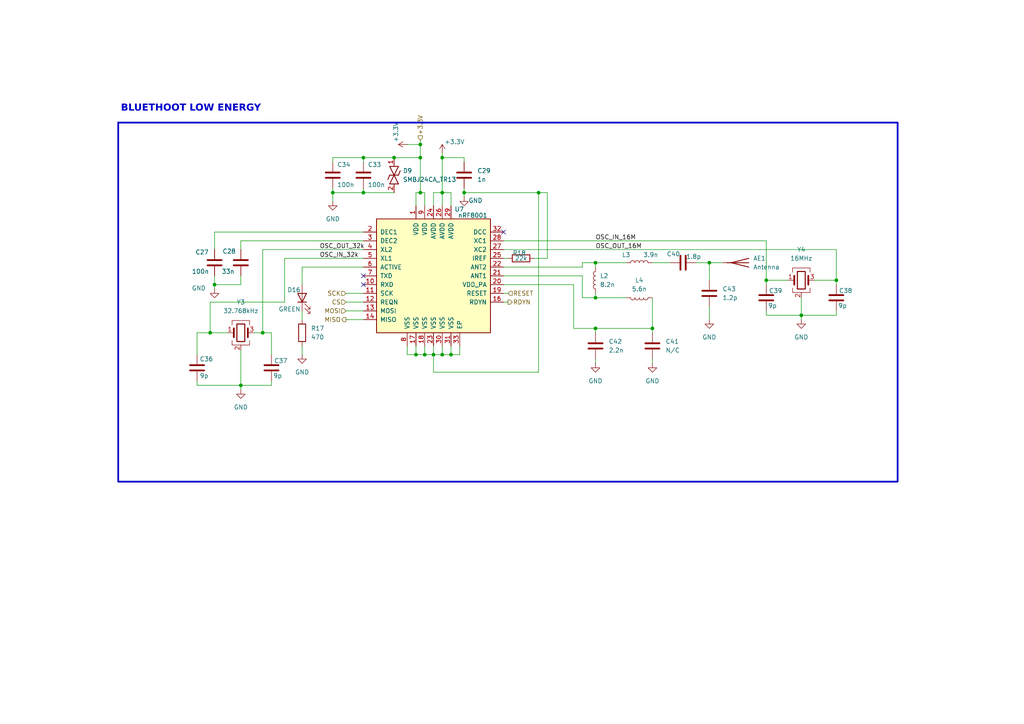
<source format=kicad_sch>
(kicad_sch (version 20250114) (generator "eeschema") (generator_version "9.0")
  (paper "A4")
  (lib_symbols
    (symbol "Crystal_GND24_1" (pin_names (offset 1.016) (hide yes))
      (property "Reference" "Y" (at 3.175 5.08 0))
      (property "Value" "Crystal_GND24" (at 3.175 3.175 0))
      (symbol "Crystal_GND24_1_0_1"
        (polyline (pts (xy -2.54 2.286) (xy -2.54 3.556) (xy 2.54 3.556) (xy 2.54 2.286)))
        (polyline (pts (xy -2.54 0) (xy -2.032 0)))
        (polyline (pts (xy -2.54 -2.286) (xy -2.54 -3.556) (xy 2.54 -3.556) (xy 2.54 -2.286)))
        (polyline (pts (xy -2.032 -1.27) (xy -2.032 1.27)) (stroke (width 0.508)))
        (rectangle (start -1.143 2.54) (end 1.143 -2.54) (stroke (width 0.3048)))
        (polyline (pts (xy 0 -3.81) (xy 0 -3.556)))
        (polyline (pts (xy 2.032 0) (xy 2.54 0)))
        (polyline (pts (xy 2.032 -1.27) (xy 2.032 1.27)) (stroke (width 0.508)))
      )
      (symbol "Crystal_GND24_1_1_1"
        (pin passive line (at -3.81 0 0) (length 1.27) (name "1") (number "1"))
        (pin passive line (at 0 -5.08 90) (length 1.27) (name "G") (number "2"))
        (pin passive line (at 0 -5.08 90) (length 1.27) (hide yes) (name "G") (number "4"))
        (pin passive line (at 3.81 0 180) (length 1.27) (name "3") (number "3"))
      )
    )
    (symbol "Device:Antenna" (pin_numbers (hide yes)) (pin_names (offset 1.016) (hide yes))
      (property "Reference" "AE" (at -1.905 1.905 0))
      (property "Value" "Antenna" (at -1.905 0 0))
      (symbol "Antenna_0_1"
        (polyline (pts (xy 0 2.54) (xy 0 -3.81)) (stroke (width 0.254)))
        (polyline (pts (xy 1.27 2.54) (xy 0 -2.54) (xy -1.27 2.54)) (stroke (width 0.254)))
      )
      (symbol "Antenna_1_1"
        (pin input line (at 0 -5.08 90) (length 2.54) (name "A") (number "1"))
      )
    )
    (symbol "Device:C" (pin_numbers (hide yes)) (pin_names (offset 0.254))
      (property "Reference" "C" (at 0.635 2.54 0))
      (property "Value" "C" (at 0.635 -2.54 0))
      (symbol "C_0_1"
        (polyline (pts (xy -2.032 0.762) (xy 2.032 0.762)) (stroke (width 0.508)))
        (polyline (pts (xy -2.032 -0.762) (xy 2.032 -0.762)) (stroke (width 0.508)))
      )
      (symbol "C_1_1"
        (pin passive line (at 0 3.81 270) (length 2.794) (name "~") (number "1"))
        (pin passive line (at 0 -3.81 90) (length 2.794) (name "~") (number "2"))
      )
    )
    (symbol "Device:L" (pin_numbers (hide yes)) (pin_names (offset 1.016) (hide yes))
      (property "Reference" "L" (at -1.27 0 90))
      (property "Value" "L" (at 1.905 0 90))
      (symbol "L_0_1"
        (arc (start 0 2.54) (mid 0.6323 1.905) (end 0 1.27))
        (arc (start 0 1.27) (mid 0.6323 0.635) (end 0 0))
        (arc (start 0 0) (mid 0.6323 -0.635) (end 0 -1.27))
        (arc (start 0 -1.27) (mid 0.6323 -1.905) (end 0 -2.54))
      )
      (symbol "L_1_1"
        (pin passive line (at 0 3.81 270) (length 1.27) (name "1") (number "1"))
        (pin passive line (at 0 -3.81 90) (length 1.27) (name "2") (number "2"))
      )
    )
    (symbol "Device:LED" (pin_numbers (hide yes)) (pin_names (offset 1.016) (hide yes))
      (property "Reference" "D" (at 0 2.54 0))
      (property "Value" "LED" (at 0 -2.54 0))
      (symbol "LED_0_1"
        (polyline (pts (xy -3.048 -0.762) (xy -4.572 -2.286) (xy -3.81 -2.286) (xy -4.572 -2.286) (xy -4.572 -1.524)))
        (polyline (pts (xy -1.778 -0.762) (xy -3.302 -2.286) (xy -2.54 -2.286) (xy -3.302 -2.286) (xy -3.302 -1.524)))
        (polyline (pts (xy -1.27 0) (xy 1.27 0)))
        (polyline (pts (xy -1.27 -1.27) (xy -1.27 1.27)) (stroke (width 0.254)))
        (polyline (pts (xy 1.27 -1.27) (xy 1.27 1.27) (xy -1.27 0) (xy 1.27 -1.27)) (stroke (width 0.254)))
      )
      (symbol "LED_1_1"
        (pin passive line (at -3.81 0 0) (length 2.54) (name "K") (number "1"))
        (pin passive line (at 3.81 0 180) (length 2.54) (name "A") (number "2"))
      )
    )
    (symbol "Device:R" (pin_numbers (hide yes)) (pin_names (offset 0))
      (property "Reference" "R" (at 2.032 0 90))
      (property "Value" "R" (at 0 0 90))
      (symbol "R_0_1"
        (rectangle (start -1.016 -2.54) (end 1.016 2.54) (stroke (width 0.254)))
      )
      (symbol "R_1_1"
        (pin passive line (at 0 3.81 270) (length 1.27) (name "~") (number "1"))
        (pin passive line (at 0 -3.81 90) (length 1.27) (name "~") (number "2"))
      )
    )
    (symbol "RF_Bluetooth:nRF8001" (pin_names (offset 1.016))
      (property "Reference" "U" (at 0 -1.27 0))
      (property "Value" "nRF8001" (at 0 1.27 0))
      (symbol "nRF8001_0_1"
        (rectangle (start -16.51 16.51) (end 16.51 -16.51) (stroke (width 0.254)) (fill (type background)))
      )
      (symbol "nRF8001_1_1"
        (pin bidirectional line (at -20.32 12.7 0) (length 3.81) (name "DEC1") (number "2"))
        (pin bidirectional line (at -20.32 10.16 0) (length 3.81) (name "DEC2") (number "3"))
        (pin bidirectional line (at -20.32 7.62 0) (length 3.81) (name "XL2") (number "4"))
        (pin bidirectional line (at -20.32 5.08 0) (length 3.81) (name "XL1") (number "5"))
        (pin bidirectional line (at -20.32 2.54 0) (length 3.81) (name "ACTIVE") (number "6"))
        (pin output line (at -20.32 0 0) (length 3.81) (name "TXD") (number "7"))
        (pin input line (at -20.32 -2.54 0) (length 3.81) (name "RXD") (number "10"))
        (pin input line (at -20.32 -5.08 0) (length 3.81) (name "SCK") (number "11"))
        (pin bidirectional line (at -20.32 -7.62 0) (length 3.81) (name "REQN") (number "12"))
        (pin input line (at -20.32 -10.16 0) (length 3.81) (name "MOSI") (number "13"))
        (pin output line (at -20.32 -12.7 0) (length 3.81) (name "MISO") (number "14"))
        (pin power_in line (at -7.62 -20.32 90) (length 3.81) (name "VSS") (number "8"))
        (pin power_in line (at -5.08 20.32 270) (length 3.81) (name "VDD") (number "1"))
        (pin power_in line (at -5.08 -20.32 90) (length 3.81) (name "VSS") (number "17"))
        (pin power_in line (at -2.54 20.32 270) (length 3.81) (name "VDD") (number "9"))
        (pin power_in line (at -2.54 -20.32 90) (length 3.81) (name "VSS") (number "18"))
        (pin power_in line (at 0 20.32 270) (length 3.81) (name "AVDD") (number "24"))
        (pin power_in line (at 0 -20.32 90) (length 3.81) (name "VSS") (number "23"))
        (pin power_in line (at 2.54 20.32 270) (length 3.81) (name "AVDD") (number "26"))
        (pin power_in line (at 2.54 -20.32 90) (length 3.81) (name "VSS") (number "30"))
        (pin power_in line (at 5.08 20.32 270) (length 3.81) (name "AVDD") (number "29"))
        (pin power_in line (at 5.08 -20.32 90) (length 3.81) (name "VSS") (number "31"))
        (pin power_in line (at 7.62 -20.32 90) (length 3.81) (name "EP") (number "33"))
        (pin no_connect line (at 15.24 -10.16 180) (length 3.81) (hide yes) (name "N/C") (number "15"))
        (pin bidirectional line (at 20.32 12.7 180) (length 3.81) (name "DCC") (number "32"))
        (pin bidirectional line (at 20.32 10.16 180) (length 3.81) (name "XC1") (number "28"))
        (pin bidirectional line (at 20.32 7.62 180) (length 3.81) (name "XC2") (number "27"))
        (pin input line (at 20.32 5.08 180) (length 3.81) (name "IREF") (number "25"))
        (pin bidirectional line (at 20.32 2.54 180) (length 3.81) (name "ANT2") (number "22"))
        (pin bidirectional line (at 20.32 0 180) (length 3.81) (name "ANT1") (number "21"))
        (pin output line (at 20.32 -2.54 180) (length 3.81) (name "VDD_PA") (number "20"))
        (pin input line (at 20.32 -5.08 180) (length 3.81) (name "RESET") (number "19"))
        (pin bidirectional line (at 20.32 -7.62 180) (length 3.81) (name "RDYN") (number "16"))
      )
    )
    (symbol "SMBJ24CA_TR13_1" (pin_names (hide yes))
      (property "Reference" "D" (at 12.7 8.89 0))
      (property "Value" "SMBJ24CA_TR13" (at 12.7 6.35 0))
      (symbol "SMBJ24CA_TR13_1_1_1"
        (polyline (pts (xy 5.08 1.27) (xy 5.08 -1.27)) (stroke (width 0.254)))
        (polyline (pts (xy 5.08 1.27) (xy 7.62 0)) (stroke (width 0.254)))
        (polyline (pts (xy 6.35 1.778) (xy 7.62 1.27)) (stroke (width 0.254)))
        (polyline (pts (xy 7.62 0) (xy 5.08 -1.27)) (stroke (width 0.254)))
        (polyline (pts (xy 7.62 0) (xy 10.16 -1.27)) (stroke (width 0.254)))
        (polyline (pts (xy 7.62 -1.27) (xy 7.62 1.27)) (stroke (width 0.254)))
        (polyline (pts (xy 7.62 -1.27) (xy 8.89 -1.778)) (stroke (width 0.254)))
        (polyline (pts (xy 10.16 1.27) (xy 7.62 0)) (stroke (width 0.254)))
        (polyline (pts (xy 10.16 1.27) (xy 10.16 -1.27)) (stroke (width 0.254)))
        (pin passive line (at 2.54 0 0) (length 2.54) (name "1") (number "1"))
        (pin passive line (at 12.7 0 180) (length 2.54) (name "2") (number "2"))
      )
    )
    (symbol "power:+3.3V" (power) (pin_numbers (hide yes)) (pin_names (offset 0) (hide yes))
      (property "Value" "+3.3V" (at 0 3.556 0))
      (symbol "+3.3V_0_1"
        (polyline (pts (xy -0.762 1.27) (xy 0 2.54)))
        (polyline (pts (xy 0 2.54) (xy 0.762 1.27)))
        (polyline (pts (xy 0 0) (xy 0 2.54)))
      )
      (symbol "+3.3V_1_1"
        (pin power_in line (at 0 0 90) (length 0) (name "~") (number "1"))
      )
    )
    (symbol "power:GND" (power) (pin_numbers (hide yes)) (pin_names (offset 0) (hide yes))
      (property "Value" "GND" (at 0 -3.81 0))
      (symbol "GND_0_1"
        (polyline (pts (xy 0 0) (xy 0 -1.27) (xy 1.27 -1.27) (xy 0 -2.54) (xy -1.27 -1.27) (xy 0 -1.27)))
      )
      (symbol "GND_1_1"
        (pin power_in line (at 0 0 270) (length 0) (name "~") (number "1"))
      )
    )
  )
  (rectangle (start 34.29 35.56) (end 260.35 139.7) (stroke (width 0.5)))
  (text "BLUETHOOT LOW ENERGY" (at 55.372 32.004 0) (effects (font (size 2 2) (thickness 0.254) (bold yes))))
  (junction (at 121.92 55.88))
  (junction (at 96.52 55.88))
  (junction (at 232.41 91.44))
  (junction (at 172.72 76.2))
  (junction (at 60.96 96.52))
  (junction (at 205.74 76.2))
  (junction (at 134.62 55.88))
  (junction (at 222.25 81.28))
  (junction (at 125.73 102.87))
  (junction (at 242.57 81.28))
  (junction (at 130.81 102.87))
  (junction (at 128.27 55.88))
  (junction (at 121.92 41.91))
  (junction (at 172.72 86.36))
  (junction (at 114.3 45.72))
  (junction (at 123.19 102.87))
  (junction (at 128.27 45.72))
  (junction (at 120.65 102.87))
  (junction (at 121.92 45.72))
  (junction (at 105.41 45.72))
  (junction (at 189.23 95.25))
  (junction (at 69.85 111.76))
  (junction (at 172.72 95.25))
  (junction (at 105.41 55.88))
  (junction (at 156.21 55.88))
  (junction (at 128.27 102.87))
  (junction (at 76.2 96.52))
  (junction (at 62.23 82.55))
  (no_connect (at 146.05 67.31))
  (no_connect (at 105.41 80.01))
  (no_connect (at 105.41 82.55))
  (wire (pts (xy 205.74 88.9) (xy 205.74 92.71)))
  (wire (pts (xy 130.81 55.88) (xy 128.27 55.88)))
  (wire (pts (xy 128.27 55.88) (xy 128.27 59.69)))
  (wire (pts (xy 128.27 45.72) (xy 134.62 45.72)))
  (wire (pts (xy 242.57 72.39) (xy 242.57 81.28)))
  (wire (pts (xy 166.37 82.55) (xy 166.37 95.25)))
  (wire (pts (xy 69.85 101.6) (xy 69.85 111.76)))
  (wire (pts (xy 146.05 74.93) (xy 147.32 74.93)))
  (wire (pts (xy 146.05 77.47) (xy 168.91 77.47)))
  (wire (pts (xy 130.81 59.69) (xy 130.81 55.88)))
  (wire (pts (xy 76.2 96.52) (xy 76.2 72.39)))
  (wire (pts (xy 69.85 69.85) (xy 69.85 72.39)))
  (wire (pts (xy 172.72 76.2) (xy 172.72 77.47)))
  (wire (pts (xy 172.72 86.36) (xy 181.61 86.36)))
  (wire (pts (xy 189.23 104.14) (xy 189.23 105.41)))
  (wire (pts (xy 73.66 96.52) (xy 76.2 96.52)))
  (wire (pts (xy 242.57 81.28) (xy 242.57 82.55)))
  (wire (pts (xy 146.05 85.09) (xy 147.32 85.09)))
  (wire (pts (xy 125.73 59.69) (xy 125.73 55.88)))
  (wire (pts (xy 232.41 86.36) (xy 232.41 91.44)))
  (wire (pts (xy 69.85 80.01) (xy 69.85 82.55)))
  (wire (pts (xy 189.23 86.36) (xy 189.23 95.25)))
  (wire (pts (xy 146.05 80.01) (xy 168.91 80.01)))
  (wire (pts (xy 125.73 102.87) (xy 128.27 102.87)))
  (wire (pts (xy 96.52 54.61) (xy 96.52 55.88)))
  (wire (pts (xy 96.52 55.88) (xy 105.41 55.88)))
  (wire (pts (xy 118.11 41.91) (xy 121.92 41.91)))
  (wire (pts (xy 69.85 82.55) (xy 62.23 82.55)))
  (wire (pts (xy 133.35 102.87) (xy 130.81 102.87)))
  (wire (pts (xy 100.33 92.71) (xy 105.41 92.71)))
  (wire (pts (xy 121.92 40.64) (xy 121.92 41.91)))
  (wire (pts (xy 222.25 91.44) (xy 232.41 91.44)))
  (wire (pts (xy 100.33 85.09) (xy 105.41 85.09)))
  (wire (pts (xy 128.27 44.45) (xy 128.27 45.72)))
  (wire (pts (xy 232.41 91.44) (xy 242.57 91.44)))
  (wire (pts (xy 105.41 45.72) (xy 96.52 45.72)))
  (wire (pts (xy 146.05 69.85) (xy 222.25 69.85)))
  (wire (pts (xy 82.55 74.93) (xy 105.41 74.93)))
  (wire (pts (xy 123.19 55.88) (xy 123.19 59.69)))
  (wire (pts (xy 114.3 45.72) (xy 121.92 45.72)))
  (wire (pts (xy 146.05 87.63) (xy 147.32 87.63)))
  (wire (pts (xy 120.65 102.87) (xy 123.19 102.87)))
  (wire (pts (xy 222.25 69.85) (xy 222.25 81.28)))
  (wire (pts (xy 60.96 96.52) (xy 57.15 96.52)))
  (wire (pts (xy 168.91 86.36) (xy 172.72 86.36)))
  (wire (pts (xy 60.96 87.63) (xy 82.55 87.63)))
  (wire (pts (xy 172.72 104.14) (xy 172.72 105.41)))
  (wire (pts (xy 105.41 45.72) (xy 105.41 46.99)))
  (wire (pts (xy 69.85 111.76) (xy 78.74 111.76)))
  (wire (pts (xy 87.63 90.17) (xy 87.63 92.71)))
  (wire (pts (xy 87.63 100.33) (xy 87.63 102.87)))
  (wire (pts (xy 100.33 90.17) (xy 105.41 90.17)))
  (wire (pts (xy 120.65 55.88) (xy 121.92 55.88)))
  (wire (pts (xy 105.41 55.88) (xy 114.3 55.88)))
  (wire (pts (xy 205.74 76.2) (xy 205.74 81.28)))
  (wire (pts (xy 87.63 77.47) (xy 87.63 82.55)))
  (wire (pts (xy 57.15 110.49) (xy 57.15 111.76)))
  (wire (pts (xy 105.41 77.47) (xy 87.63 77.47)))
  (wire (pts (xy 76.2 96.52) (xy 78.74 96.52)))
  (wire (pts (xy 105.41 45.72) (xy 114.3 45.72)))
  (wire (pts (xy 125.73 100.33) (xy 125.73 102.87)))
  (wire (pts (xy 78.74 110.49) (xy 78.74 111.76)))
  (wire (pts (xy 168.91 77.47) (xy 168.91 76.2)))
  (wire (pts (xy 100.33 87.63) (xy 105.41 87.63)))
  (wire (pts (xy 125.73 102.87) (xy 125.73 107.95)))
  (wire (pts (xy 125.73 107.95) (xy 156.21 107.95)))
  (wire (pts (xy 62.23 80.01) (xy 62.23 82.55)))
  (wire (pts (xy 118.11 102.87) (xy 120.65 102.87)))
  (wire (pts (xy 222.25 90.17) (xy 222.25 91.44)))
  (wire (pts (xy 76.2 72.39) (xy 105.41 72.39)))
  (wire (pts (xy 120.65 59.69) (xy 120.65 55.88)))
  (wire (pts (xy 189.23 96.52) (xy 189.23 95.25)))
  (wire (pts (xy 172.72 76.2) (xy 181.61 76.2)))
  (wire (pts (xy 222.25 81.28) (xy 228.6 81.28)))
  (wire (pts (xy 156.21 55.88) (xy 156.21 107.95)))
  (wire (pts (xy 105.41 54.61) (xy 105.41 55.88)))
  (wire (pts (xy 118.11 100.33) (xy 118.11 102.87)))
  (wire (pts (xy 134.62 55.88) (xy 134.62 57.15)))
  (wire (pts (xy 236.22 81.28) (xy 242.57 81.28)))
  (wire (pts (xy 134.62 55.88) (xy 156.21 55.88)))
  (wire (pts (xy 78.74 96.52) (xy 78.74 102.87)))
  (wire (pts (xy 189.23 76.2) (xy 194.31 76.2)))
  (wire (pts (xy 158.75 74.93) (xy 158.75 55.88)))
  (wire (pts (xy 123.19 102.87) (xy 125.73 102.87)))
  (wire (pts (xy 57.15 96.52) (xy 57.15 102.87)))
  (wire (pts (xy 154.94 74.93) (xy 158.75 74.93)))
  (wire (pts (xy 205.74 76.2) (xy 209.55 76.2)))
  (wire (pts (xy 82.55 87.63) (xy 82.55 74.93)))
  (wire (pts (xy 168.91 76.2) (xy 172.72 76.2)))
  (wire (pts (xy 69.85 111.76) (xy 69.85 113.03)))
  (wire (pts (xy 62.23 67.31) (xy 62.23 72.39)))
  (wire (pts (xy 146.05 72.39) (xy 242.57 72.39)))
  (wire (pts (xy 96.52 55.88) (xy 96.52 58.42)))
  (wire (pts (xy 128.27 102.87) (xy 130.81 102.87)))
  (wire (pts (xy 232.41 91.44) (xy 232.41 92.71)))
  (wire (pts (xy 125.73 55.88) (xy 128.27 55.88)))
  (wire (pts (xy 134.62 54.61) (xy 134.62 55.88)))
  (wire (pts (xy 128.27 100.33) (xy 128.27 102.87)))
  (wire (pts (xy 166.37 95.25) (xy 172.72 95.25)))
  (wire (pts (xy 128.27 45.72) (xy 128.27 55.88)))
  (wire (pts (xy 172.72 85.09) (xy 172.72 86.36)))
  (wire (pts (xy 62.23 82.55) (xy 62.23 83.82)))
  (wire (pts (xy 121.92 55.88) (xy 123.19 55.88)))
  (wire (pts (xy 242.57 90.17) (xy 242.57 91.44)))
  (wire (pts (xy 201.93 76.2) (xy 205.74 76.2)))
  (wire (pts (xy 172.72 95.25) (xy 189.23 95.25)))
  (wire (pts (xy 62.23 67.31) (xy 105.41 67.31)))
  (wire (pts (xy 121.92 45.72) (xy 121.92 55.88)))
  (wire (pts (xy 168.91 80.01) (xy 168.91 86.36)))
  (wire (pts (xy 96.52 45.72) (xy 96.52 46.99)))
  (wire (pts (xy 123.19 100.33) (xy 123.19 102.87)))
  (wire (pts (xy 57.15 111.76) (xy 69.85 111.76)))
  (wire (pts (xy 158.75 55.88) (xy 156.21 55.88)))
  (wire (pts (xy 134.62 45.72) (xy 134.62 46.99)))
  (wire (pts (xy 130.81 100.33) (xy 130.81 102.87)))
  (wire (pts (xy 222.25 81.28) (xy 222.25 82.55)))
  (wire (pts (xy 133.35 100.33) (xy 133.35 102.87)))
  (wire (pts (xy 69.85 69.85) (xy 105.41 69.85)))
  (wire (pts (xy 121.92 41.91) (xy 121.92 45.72)))
  (wire (pts (xy 172.72 96.52) (xy 172.72 95.25)))
  (wire (pts (xy 66.04 96.52) (xy 60.96 96.52)))
  (wire (pts (xy 146.05 82.55) (xy 166.37 82.55)))
  (wire (pts (xy 120.65 100.33) (xy 120.65 102.87)))
  (wire (pts (xy 60.96 96.52) (xy 60.96 87.63)))
  (label "OSC_IN_16M" (at 172.72 69.85 0))
  (label "OSC_IN_32k" (at 92.71 74.93 0))
  (label "OSC_OUT_32k" (at 92.71 72.39 0))
  (label "OSC_OUT_16M" (at 172.72 72.39 0))
  (hierarchical_label "RESET" (shape input) (at 147.32 85.09 0))
  (hierarchical_label "SCK" (shape input) (at 100.33 85.09 180))
  (hierarchical_label "MOSI" (shape input) (at 100.33 90.17 180))
  (hierarchical_label "RDYN" (shape output) (at 147.32 87.63 0))
  (hierarchical_label "+3.3V" (shape input) (at 121.92 40.64 90))
  (hierarchical_label "MISO" (shape output) (at 100.33 92.71 180))
  (hierarchical_label "CS" (shape input) (at 100.33 87.63 180))
  (symbol (lib_id "power:GND") (at 172.72 105.41 0) (unit 1)
    (property "Reference" "#PWR056" (effects (hide yes)))
    (property "Value" "GND" (at 172.72 110.49 0))
    (property "Description" "Power symbol creates a global label with name \"GND\" , ground" (effects (hide yes)))
  )
  (symbol (lib_id "RF_Bluetooth:nRF8001") (at 125.73 80.01 0) (unit 1)
    (property "Reference" "U7" (at 131.826 60.706 0) (effects (justify left)))
    (property "Value" "nRF8001" (at 132.842 62.484 0) (effects (justify left)))
    (property "Footprint" "Package_DFN_QFN:QFN-32-1EP_5x5mm_P0.5mm_EP3.45x3.45mm" (effects (hide yes)))
    (property "Datasheet" "https://www.nordicsemi.com/eng/nordic/content_download/2981/38488/file/nRF8001_PS_v1.3.pdf" (effects (hide yes)))
    (property "Description" "BLE LE Connectivity IC, QFN-32" (effects (hide yes)))
  )
  (symbol (lib_id "Device:C") (at 242.57 86.36 0) (unit 1)
    (property "Reference" "C38" (at 243.332 84.328 0) (effects (justify left)))
    (property "Value" "9p" (at 243.078 88.646 0) (effects (justify left)))
    (property "Description" "Unpolarized capacitor" (effects (hide yes)))
  )
  (symbol (lib_id "power:+3.3V") (at 118.11 41.91 90) (unit 1)
    (property "Reference" "#PWR030" (effects (hide yes)))
    (property "Value" "+3.3V" (at 114.808 38.354 0))
    (property "Description" "Power symbol creates a global label with name \"+3.3V\"" (effects (hide yes)))
  )
  (symbol (lib_id "power:GND") (at 205.74 92.71 0) (unit 1)
    (property "Reference" "#PWR057" (effects (hide yes)))
    (property "Value" "GND" (at 205.74 97.79 0))
    (property "Description" "Power symbol creates a global label with name \"GND\" , ground" (effects (hide yes)))
  )
  (symbol (lib_name "SMBJ24CA_TR13_1") (lib_id "SMBJ24CA_TR13:SMBJ24CA_TR13") (at 114.3 43.18 270) (unit 1)
    (property "Reference" "D9" (at 116.84 49.5299 90) (effects (justify left)))
    (property "Value" "SMBJ24CA_TR13" (at 116.84 52.0699 90) (effects (justify left)))
    (property "Footprint" "SMBJ24CA_TR13:DIONM5436X265N" (effects (hide yes)))
    (property "Datasheet" "https://4donline.ihs.com/images/VipMasterIC/IC/MCBU/MCBUS00041/MCBUS00041-1.pdf?hkey=61A2E4C270F0397D049F8F05BD4F1054" (effects (hide yes)))
    (property "Description" "38.9V Clamp 15.5A Ipp Tvs Diode Surface Mount DO-214AA (SMB)" (effects (hide yes)))
    (property "Height" "2.65" (effects (hide yes)))
    (property "Mouser Part Number" "603-SMBJ24CA/TR13" (effects (hide yes)))
    (property "Mouser Price/Stock" "https://www.mouser.co.uk/ProductDetail/YAGEO/SMBJ24CA-TR13?qs=PzGy0jfpSMvGAe65GS0rOg%3D%3D" (effects (hide yes)))
    (property "Manufacturer_Name" "YAGEO" (effects (hide yes)))
    (property "Manufacturer_Part_Number" "SMBJ24CA/TR13" (effects (hide yes)))
  )
  (symbol (lib_id "Device:C") (at 69.85 76.2 0) (unit 1)
    (property "Reference" "C28" (at 64.516 72.898 0) (effects (justify left)))
    (property "Value" "33n" (at 64.262 78.74 0) (effects (justify left)))
    (property "Description" "Unpolarized capacitor" (effects (hide yes)))
  )
  (symbol (lib_id "Device:L") (at 185.42 76.2 90) (unit 1)
    (property "Reference" "L3" (at 181.61 73.914 90))
    (property "Value" "3.9n" (at 188.722 73.914 90))
    (property "Description" "Inductor" (effects (hide yes)))
  )
  (symbol (lib_id "Device:LED") (at 87.63 86.36 90) (unit 1)
    (property "Reference" "D16" (at 83.312 84.074 90) (effects (justify right)))
    (property "Value" "GREEN" (at 80.772 89.662 90) (effects (justify right)))
    (property "Description" "Light emitting diode" (effects (hide yes)))
    (property "Sim.Pins" "1=K 2=A" (effects (hide yes)))
  )
  (symbol (lib_id "Device:Antenna") (at 214.63 76.2 270) (unit 1)
    (property "Reference" "AE1" (at 218.44 74.9299 90) (effects (justify left)))
    (property "Value" "Antenna" (at 218.44 77.4699 90) (effects (justify left)))
    (property "Description" "Antenna" (effects (hide yes)))
  )
  (symbol (lib_id "power:GND") (at 62.23 83.82 0) (unit 1)
    (property "Reference" "#PWR042" (effects (hide yes)))
    (property "Value" "GND" (at 57.658 83.566 0))
    (property "Description" "Power symbol creates a global label with name \"GND\" , ground" (effects (hide yes)))
  )
  (symbol (lib_name "Crystal_GND24_1") (lib_id "Device:Crystal_GND24") (at 69.85 96.52 0) (unit 1)
    (property "Reference" "Y3" (at 69.85 87.63 0))
    (property "Value" "32.768kHz" (at 69.85 90.17 0))
    (property "Description" "Four pin crystal, GND on pins 2 and 4" (effects (hide yes)))
    (property private "KLC_S3.3" "The rectangle is not a symbol body but a graphical element" (effects (hide yes)))
    (property private "KLC_S4.1" "Some pins are on 50mil grid to make the symbol small" (effects (hide yes)))
  )
  (symbol (lib_id "power:GND") (at 96.52 58.42 0) (unit 1)
    (property "Reference" "#PWR047" (effects (hide yes)))
    (property "Value" "GND" (at 96.52 63.5 0))
    (property "Description" "Power symbol creates a global label with name \"GND\" , ground" (effects (hide yes)))
  )
  (symbol (lib_id "Device:C") (at 189.23 100.33 0) (unit 1)
    (property "Reference" "C41" (at 193.04 99.0599 0) (effects (justify left)))
    (property "Value" "N/C" (at 193.04 101.5999 0) (effects (justify left)))
    (property "Description" "Unpolarized capacitor" (effects (hide yes)))
  )
  (symbol (lib_id "Device:L") (at 172.72 81.28 180) (unit 1)
    (property "Reference" "L2" (at 173.99 80.0099 0) (effects (justify right)))
    (property "Value" "8.2n" (at 173.99 82.5499 0) (effects (justify right)))
    (property "Description" "Inductor" (effects (hide yes)))
  )
  (symbol (lib_id "power:+3.3V") (at 128.27 44.45 0) (unit 1)
    (property "Reference" "#PWR043" (effects (hide yes)))
    (property "Value" "+3.3V" (at 131.826 41.148 0))
    (property "Description" "Power symbol creates a global label with name \"+3.3V\"" (effects (hide yes)))
  )
  (symbol (lib_id "Device:C") (at 62.23 76.2 0) (unit 1)
    (property "Reference" "C27" (at 56.642 73.152 0) (effects (justify left)))
    (property "Value" "100n" (at 55.626 78.74 0) (effects (justify left)))
    (property "Description" "Unpolarized capacitor" (effects (hide yes)))
  )
  (symbol (lib_id "Device:R") (at 151.13 74.93 90) (unit 1)
    (property "Reference" "R18" (at 150.622 73.406 90))
    (property "Value" "22k" (at 151.13 74.93 90))
    (property "Description" "Resistor" (effects (hide yes)))
  )
  (symbol (lib_id "Device:C") (at 96.52 50.8 0) (unit 1)
    (property "Reference" "C34" (at 97.79 47.752 0) (effects (justify left)))
    (property "Value" "100n" (at 97.79 53.594 0) (effects (justify left)))
    (property "Description" "Unpolarized capacitor" (effects (hide yes)))
  )
  (symbol (lib_id "Device:C") (at 105.41 50.8 0) (unit 1)
    (property "Reference" "C33" (at 106.68 47.752 0) (effects (justify left)))
    (property "Value" "100n" (at 106.68 53.594 0) (effects (justify left)))
    (property "Description" "Unpolarized capacitor" (effects (hide yes)))
  )
  (symbol (lib_id "Device:C") (at 172.72 100.33 0) (unit 1)
    (property "Reference" "C42" (at 176.53 99.0599 0) (effects (justify left)))
    (property "Value" "2.2n" (at 176.53 101.5999 0) (effects (justify left)))
    (property "Description" "Unpolarized capacitor" (effects (hide yes)))
  )
  (symbol (lib_id "Device:R") (at 87.63 96.52 0) (unit 1)
    (property "Reference" "R17" (at 90.17 95.2499 0) (effects (justify left)))
    (property "Value" "470" (at 90.17 97.7899 0) (effects (justify left)))
    (property "Description" "Resistor" (effects (hide yes)))
  )
  (symbol (lib_id "power:GND") (at 69.85 113.03 0) (unit 1)
    (property "Reference" "#PWR051" (effects (hide yes)))
    (property "Value" "GND" (at 69.85 118.11 0))
    (property "Description" "Power symbol creates a global label with name \"GND\" , ground" (effects (hide yes)))
  )
  (symbol (lib_id "Device:C") (at 198.12 76.2 90) (unit 1)
    (property "Reference" "C40" (at 195.326 73.66 90))
    (property "Value" "1.8p" (at 201.168 74.422 90))
    (property "Description" "Unpolarized capacitor" (effects (hide yes)))
  )
  (symbol (lib_id "power:GND") (at 189.23 105.41 0) (unit 1)
    (property "Reference" "#PWR055" (effects (hide yes)))
    (property "Value" "GND" (at 189.23 110.49 0))
    (property "Description" "Power symbol creates a global label with name \"GND\" , ground" (effects (hide yes)))
  )
  (symbol (lib_id "Device:C") (at 78.74 106.68 0) (unit 1)
    (property "Reference" "C37" (at 79.502 104.648 0) (effects (justify left)))
    (property "Value" "9p" (at 79.248 108.966 0) (effects (justify left)))
    (property "Description" "Unpolarized capacitor" (effects (hide yes)))
  )
  (symbol (lib_id "power:GND") (at 232.41 92.71 0) (unit 1)
    (property "Reference" "#PWR052" (effects (hide yes)))
    (property "Value" "GND" (at 232.41 97.79 0))
    (property "Description" "Power symbol creates a global label with name \"GND\" , ground" (effects (hide yes)))
  )
  (symbol (lib_id "power:GND") (at 87.63 102.87 0) (unit 1)
    (property "Reference" "#PWR048" (effects (hide yes)))
    (property "Value" "GND" (at 87.63 107.95 0))
    (property "Description" "Power symbol creates a global label with name \"GND\" , ground" (effects (hide yes)))
  )
  (symbol (lib_id "Device:C") (at 205.74 85.09 0) (unit 1)
    (property "Reference" "C43" (at 209.55 83.8199 0) (effects (justify left)))
    (property "Value" "1.2p" (at 209.55 86.3599 0) (effects (justify left)))
    (property "Description" "Unpolarized capacitor" (effects (hide yes)))
  )
  (symbol (lib_id "Device:C") (at 134.62 50.8 0) (unit 1)
    (property "Reference" "C29" (at 138.43 49.5299 0) (effects (justify left)))
    (property "Value" "1n" (at 138.43 52.0699 0) (effects (justify left)))
    (property "Description" "Unpolarized capacitor" (effects (hide yes)))
  )
  (symbol (lib_id "Device:L") (at 185.42 86.36 270) (unit 1)
    (property "Reference" "L4" (at 185.42 81.28 90))
    (property "Value" "5.6n" (at 185.42 83.82 90))
    (property "Description" "Inductor" (effects (hide yes)))
  )
  (symbol (lib_id "Device:C") (at 57.15 106.68 0) (unit 1)
    (property "Reference" "C36" (at 57.912 104.14 0) (effects (justify left)))
    (property "Value" "9p" (at 57.912 108.966 0) (effects (justify left)))
    (property "Description" "Unpolarized capacitor" (effects (hide yes)))
  )
  (symbol (lib_id "Device:C") (at 222.25 86.36 0) (unit 1)
    (property "Reference" "C39" (at 223.012 84.328 0) (effects (justify left)))
    (property "Value" "9p" (at 222.758 88.646 0) (effects (justify left)))
    (property "Description" "Unpolarized capacitor" (effects (hide yes)))
  )
  (symbol (lib_name "Crystal_GND24_1") (lib_id "Device:Crystal_GND24") (at 232.41 81.28 0) (unit 1)
    (property "Reference" "Y4" (at 232.41 72.39 0))
    (property "Value" "16MHz" (at 232.41 74.93 0))
    (property "Description" "Four pin crystal, GND on pins 2 and 4" (effects (hide yes)))
    (property private "KLC_S3.3" "The rectangle is not a symbol body but a graphical element" (effects (hide yes)))
    (property private "KLC_S4.1" "Some pins are on 50mil grid to make the symbol small" (effects (hide yes)))
  )
  (symbol (lib_id "power:GND") (at 134.62 57.15 0) (unit 1)
    (property "Reference" "#PWR044" (effects (hide yes)))
    (property "Value" "GND" (at 137.922 58.166 0))
    (property "Description" "Power symbol creates a global label with name \"GND\" , ground" (effects (hide yes)))
  )
)
</source>
